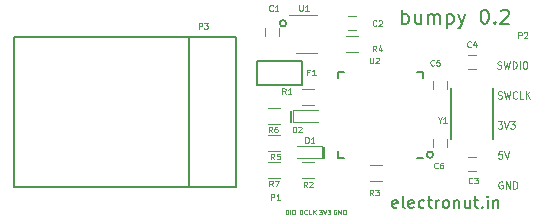
<source format=gto>
G04 #@! TF.FileFunction,Legend,Top*
%FSLAX46Y46*%
G04 Gerber Fmt 4.6, Leading zero omitted, Abs format (unit mm)*
G04 Created by KiCad (PCBNEW 4.0.6) date 06/28/18 12:37:23*
%MOMM*%
%LPD*%
G01*
G04 APERTURE LIST*
%ADD10C,0.150000*%
%ADD11C,0.130000*%
%ADD12C,0.200000*%
%ADD13C,0.050000*%
%ADD14C,0.120000*%
G04 APERTURE END LIST*
D10*
D11*
X191350000Y-135725000D02*
X191350000Y-134775000D01*
X194100000Y-138775000D02*
X194100000Y-137825000D01*
D12*
X190896408Y-127381000D02*
G75*
G03X190896408Y-127381000I-269408J0D01*
G01*
X203342408Y-138493500D02*
G75*
G03X203342408Y-138493500I-269408J0D01*
G01*
D13*
X195148238Y-143183000D02*
X195110143Y-143163952D01*
X195053000Y-143163952D01*
X194995857Y-143183000D01*
X194957762Y-143221095D01*
X194938714Y-143259190D01*
X194919666Y-143335381D01*
X194919666Y-143392524D01*
X194938714Y-143468714D01*
X194957762Y-143506810D01*
X194995857Y-143544905D01*
X195053000Y-143563952D01*
X195091095Y-143563952D01*
X195148238Y-143544905D01*
X195167286Y-143525857D01*
X195167286Y-143392524D01*
X195091095Y-143392524D01*
X195338714Y-143563952D02*
X195338714Y-143163952D01*
X195567286Y-143563952D01*
X195567286Y-143163952D01*
X195757762Y-143563952D02*
X195757762Y-143163952D01*
X195853000Y-143163952D01*
X195910143Y-143183000D01*
X195948238Y-143221095D01*
X195967286Y-143259190D01*
X195986334Y-143335381D01*
X195986334Y-143392524D01*
X195967286Y-143468714D01*
X195948238Y-143506810D01*
X195910143Y-143544905D01*
X195853000Y-143563952D01*
X195757762Y-143563952D01*
X193687763Y-143163952D02*
X193935382Y-143163952D01*
X193802049Y-143316333D01*
X193859191Y-143316333D01*
X193897287Y-143335381D01*
X193916334Y-143354429D01*
X193935382Y-143392524D01*
X193935382Y-143487762D01*
X193916334Y-143525857D01*
X193897287Y-143544905D01*
X193859191Y-143563952D01*
X193744906Y-143563952D01*
X193706810Y-143544905D01*
X193687763Y-143525857D01*
X194049667Y-143163952D02*
X194183001Y-143563952D01*
X194316334Y-143163952D01*
X194411572Y-143163952D02*
X194659191Y-143163952D01*
X194525858Y-143316333D01*
X194583000Y-143316333D01*
X194621096Y-143335381D01*
X194640143Y-143354429D01*
X194659191Y-143392524D01*
X194659191Y-143487762D01*
X194640143Y-143525857D01*
X194621096Y-143544905D01*
X194583000Y-143563952D01*
X194468715Y-143563952D01*
X194430619Y-143544905D01*
X194411572Y-143525857D01*
X192053333Y-143559952D02*
X192053333Y-143159952D01*
X192148571Y-143159952D01*
X192205714Y-143179000D01*
X192243809Y-143217095D01*
X192262857Y-143255190D01*
X192281905Y-143331381D01*
X192281905Y-143388524D01*
X192262857Y-143464714D01*
X192243809Y-143502810D01*
X192205714Y-143540905D01*
X192148571Y-143559952D01*
X192053333Y-143559952D01*
X192681905Y-143521857D02*
X192662857Y-143540905D01*
X192605714Y-143559952D01*
X192567619Y-143559952D01*
X192510476Y-143540905D01*
X192472381Y-143502810D01*
X192453333Y-143464714D01*
X192434285Y-143388524D01*
X192434285Y-143331381D01*
X192453333Y-143255190D01*
X192472381Y-143217095D01*
X192510476Y-143179000D01*
X192567619Y-143159952D01*
X192605714Y-143159952D01*
X192662857Y-143179000D01*
X192681905Y-143198048D01*
X193043809Y-143559952D02*
X192853333Y-143559952D01*
X192853333Y-143159952D01*
X193177143Y-143559952D02*
X193177143Y-143159952D01*
X193405715Y-143559952D02*
X193234286Y-143331381D01*
X193405715Y-143159952D02*
X193177143Y-143388524D01*
X190852476Y-143563952D02*
X190852476Y-143163952D01*
X190947714Y-143163952D01*
X191004857Y-143183000D01*
X191042952Y-143221095D01*
X191062000Y-143259190D01*
X191081048Y-143335381D01*
X191081048Y-143392524D01*
X191062000Y-143468714D01*
X191042952Y-143506810D01*
X191004857Y-143544905D01*
X190947714Y-143563952D01*
X190852476Y-143563952D01*
X191252476Y-143563952D02*
X191252476Y-143163952D01*
X191519143Y-143163952D02*
X191595333Y-143163952D01*
X191633428Y-143183000D01*
X191671524Y-143221095D01*
X191690571Y-143297286D01*
X191690571Y-143430619D01*
X191671524Y-143506810D01*
X191633428Y-143544905D01*
X191595333Y-143563952D01*
X191519143Y-143563952D01*
X191481047Y-143544905D01*
X191442952Y-143506810D01*
X191423904Y-143430619D01*
X191423904Y-143297286D01*
X191442952Y-143221095D01*
X191481047Y-143183000D01*
X191519143Y-143163952D01*
X209219858Y-140797000D02*
X209162715Y-140768429D01*
X209077001Y-140768429D01*
X208991286Y-140797000D01*
X208934144Y-140854143D01*
X208905572Y-140911286D01*
X208877001Y-141025571D01*
X208877001Y-141111286D01*
X208905572Y-141225571D01*
X208934144Y-141282714D01*
X208991286Y-141339857D01*
X209077001Y-141368429D01*
X209134144Y-141368429D01*
X209219858Y-141339857D01*
X209248429Y-141311286D01*
X209248429Y-141111286D01*
X209134144Y-141111286D01*
X209505572Y-141368429D02*
X209505572Y-140768429D01*
X209848429Y-141368429D01*
X209848429Y-140768429D01*
X210134143Y-141368429D02*
X210134143Y-140768429D01*
X210277000Y-140768429D01*
X210362715Y-140797000D01*
X210419857Y-140854143D01*
X210448429Y-140911286D01*
X210477000Y-141025571D01*
X210477000Y-141111286D01*
X210448429Y-141225571D01*
X210419857Y-141282714D01*
X210362715Y-141339857D01*
X210277000Y-141368429D01*
X210134143Y-141368429D01*
X209181714Y-138228429D02*
X208896000Y-138228429D01*
X208867429Y-138514143D01*
X208896000Y-138485571D01*
X208953143Y-138457000D01*
X209096000Y-138457000D01*
X209153143Y-138485571D01*
X209181714Y-138514143D01*
X209210286Y-138571286D01*
X209210286Y-138714143D01*
X209181714Y-138771286D01*
X209153143Y-138799857D01*
X209096000Y-138828429D01*
X208953143Y-138828429D01*
X208896000Y-138799857D01*
X208867429Y-138771286D01*
X209381715Y-138228429D02*
X209581715Y-138828429D01*
X209781715Y-138228429D01*
X208807142Y-135688429D02*
X209178571Y-135688429D01*
X208978571Y-135917000D01*
X209064285Y-135917000D01*
X209121428Y-135945571D01*
X209149999Y-135974143D01*
X209178571Y-136031286D01*
X209178571Y-136174143D01*
X209149999Y-136231286D01*
X209121428Y-136259857D01*
X209064285Y-136288429D01*
X208892857Y-136288429D01*
X208835714Y-136259857D01*
X208807142Y-136231286D01*
X209350000Y-135688429D02*
X209550000Y-136288429D01*
X209750000Y-135688429D01*
X209892857Y-135688429D02*
X210264286Y-135688429D01*
X210064286Y-135917000D01*
X210150000Y-135917000D01*
X210207143Y-135945571D01*
X210235714Y-135974143D01*
X210264286Y-136031286D01*
X210264286Y-136174143D01*
X210235714Y-136231286D01*
X210207143Y-136259857D01*
X210150000Y-136288429D01*
X209978572Y-136288429D01*
X209921429Y-136259857D01*
X209892857Y-136231286D01*
X208827858Y-133719857D02*
X208913572Y-133748429D01*
X209056429Y-133748429D01*
X209113572Y-133719857D01*
X209142143Y-133691286D01*
X209170715Y-133634143D01*
X209170715Y-133577000D01*
X209142143Y-133519857D01*
X209113572Y-133491286D01*
X209056429Y-133462714D01*
X208942143Y-133434143D01*
X208885001Y-133405571D01*
X208856429Y-133377000D01*
X208827858Y-133319857D01*
X208827858Y-133262714D01*
X208856429Y-133205571D01*
X208885001Y-133177000D01*
X208942143Y-133148429D01*
X209085001Y-133148429D01*
X209170715Y-133177000D01*
X209370715Y-133148429D02*
X209513572Y-133748429D01*
X209627858Y-133319857D01*
X209742144Y-133748429D01*
X209885001Y-133148429D01*
X210456429Y-133691286D02*
X210427858Y-133719857D01*
X210342144Y-133748429D01*
X210285001Y-133748429D01*
X210199286Y-133719857D01*
X210142144Y-133662714D01*
X210113572Y-133605571D01*
X210085001Y-133491286D01*
X210085001Y-133405571D01*
X210113572Y-133291286D01*
X210142144Y-133234143D01*
X210199286Y-133177000D01*
X210285001Y-133148429D01*
X210342144Y-133148429D01*
X210427858Y-133177000D01*
X210456429Y-133205571D01*
X210999286Y-133748429D02*
X210713572Y-133748429D01*
X210713572Y-133148429D01*
X211199286Y-133748429D02*
X211199286Y-133148429D01*
X211542143Y-133748429D02*
X211285000Y-133405571D01*
X211542143Y-133148429D02*
X211199286Y-133491286D01*
X208786572Y-131179857D02*
X208872286Y-131208429D01*
X209015143Y-131208429D01*
X209072286Y-131179857D01*
X209100857Y-131151286D01*
X209129429Y-131094143D01*
X209129429Y-131037000D01*
X209100857Y-130979857D01*
X209072286Y-130951286D01*
X209015143Y-130922714D01*
X208900857Y-130894143D01*
X208843715Y-130865571D01*
X208815143Y-130837000D01*
X208786572Y-130779857D01*
X208786572Y-130722714D01*
X208815143Y-130665571D01*
X208843715Y-130637000D01*
X208900857Y-130608429D01*
X209043715Y-130608429D01*
X209129429Y-130637000D01*
X209329429Y-130608429D02*
X209472286Y-131208429D01*
X209586572Y-130779857D01*
X209700858Y-131208429D01*
X209843715Y-130608429D01*
X210072286Y-131208429D02*
X210072286Y-130608429D01*
X210215143Y-130608429D01*
X210300858Y-130637000D01*
X210358000Y-130694143D01*
X210386572Y-130751286D01*
X210415143Y-130865571D01*
X210415143Y-130951286D01*
X210386572Y-131065571D01*
X210358000Y-131122714D01*
X210300858Y-131179857D01*
X210215143Y-131208429D01*
X210072286Y-131208429D01*
X210672286Y-131208429D02*
X210672286Y-130608429D01*
X211072286Y-130608429D02*
X211186572Y-130608429D01*
X211243714Y-130637000D01*
X211300857Y-130694143D01*
X211329429Y-130808429D01*
X211329429Y-131008429D01*
X211300857Y-131122714D01*
X211243714Y-131179857D01*
X211186572Y-131208429D01*
X211072286Y-131208429D01*
X211015143Y-131179857D01*
X210958000Y-131122714D01*
X210929429Y-131008429D01*
X210929429Y-130808429D01*
X210958000Y-130694143D01*
X211015143Y-130637000D01*
X211072286Y-130608429D01*
D12*
X200311262Y-142962262D02*
X200216024Y-143009881D01*
X200025547Y-143009881D01*
X199930309Y-142962262D01*
X199882690Y-142867024D01*
X199882690Y-142486071D01*
X199930309Y-142390833D01*
X200025547Y-142343214D01*
X200216024Y-142343214D01*
X200311262Y-142390833D01*
X200358881Y-142486071D01*
X200358881Y-142581310D01*
X199882690Y-142676548D01*
X200930309Y-143009881D02*
X200835071Y-142962262D01*
X200787452Y-142867024D01*
X200787452Y-142009881D01*
X201692215Y-142962262D02*
X201596977Y-143009881D01*
X201406500Y-143009881D01*
X201311262Y-142962262D01*
X201263643Y-142867024D01*
X201263643Y-142486071D01*
X201311262Y-142390833D01*
X201406500Y-142343214D01*
X201596977Y-142343214D01*
X201692215Y-142390833D01*
X201739834Y-142486071D01*
X201739834Y-142581310D01*
X201263643Y-142676548D01*
X202596977Y-142962262D02*
X202501739Y-143009881D01*
X202311262Y-143009881D01*
X202216024Y-142962262D01*
X202168405Y-142914643D01*
X202120786Y-142819405D01*
X202120786Y-142533690D01*
X202168405Y-142438452D01*
X202216024Y-142390833D01*
X202311262Y-142343214D01*
X202501739Y-142343214D01*
X202596977Y-142390833D01*
X202882691Y-142343214D02*
X203263643Y-142343214D01*
X203025548Y-142009881D02*
X203025548Y-142867024D01*
X203073167Y-142962262D01*
X203168405Y-143009881D01*
X203263643Y-143009881D01*
X203596977Y-143009881D02*
X203596977Y-142343214D01*
X203596977Y-142533690D02*
X203644596Y-142438452D01*
X203692215Y-142390833D01*
X203787453Y-142343214D01*
X203882692Y-142343214D01*
X204358882Y-143009881D02*
X204263644Y-142962262D01*
X204216025Y-142914643D01*
X204168406Y-142819405D01*
X204168406Y-142533690D01*
X204216025Y-142438452D01*
X204263644Y-142390833D01*
X204358882Y-142343214D01*
X204501740Y-142343214D01*
X204596978Y-142390833D01*
X204644597Y-142438452D01*
X204692216Y-142533690D01*
X204692216Y-142819405D01*
X204644597Y-142914643D01*
X204596978Y-142962262D01*
X204501740Y-143009881D01*
X204358882Y-143009881D01*
X205120787Y-142343214D02*
X205120787Y-143009881D01*
X205120787Y-142438452D02*
X205168406Y-142390833D01*
X205263644Y-142343214D01*
X205406502Y-142343214D01*
X205501740Y-142390833D01*
X205549359Y-142486071D01*
X205549359Y-143009881D01*
X206454121Y-142343214D02*
X206454121Y-143009881D01*
X206025549Y-142343214D02*
X206025549Y-142867024D01*
X206073168Y-142962262D01*
X206168406Y-143009881D01*
X206311264Y-143009881D01*
X206406502Y-142962262D01*
X206454121Y-142914643D01*
X206787454Y-142343214D02*
X207168406Y-142343214D01*
X206930311Y-142009881D02*
X206930311Y-142867024D01*
X206977930Y-142962262D01*
X207073168Y-143009881D01*
X207168406Y-143009881D01*
X207501740Y-142914643D02*
X207549359Y-142962262D01*
X207501740Y-143009881D01*
X207454121Y-142962262D01*
X207501740Y-142914643D01*
X207501740Y-143009881D01*
X207977930Y-143009881D02*
X207977930Y-142343214D01*
X207977930Y-142009881D02*
X207930311Y-142057500D01*
X207977930Y-142105119D01*
X208025549Y-142057500D01*
X207977930Y-142009881D01*
X207977930Y-142105119D01*
X208454120Y-142343214D02*
X208454120Y-143009881D01*
X208454120Y-142438452D02*
X208501739Y-142390833D01*
X208596977Y-142343214D01*
X208739835Y-142343214D01*
X208835073Y-142390833D01*
X208882692Y-142486071D01*
X208882692Y-143009881D01*
X200746286Y-127415857D02*
X200746286Y-126215857D01*
X200746286Y-126673000D02*
X200860572Y-126615857D01*
X201089143Y-126615857D01*
X201203429Y-126673000D01*
X201260572Y-126730143D01*
X201317715Y-126844429D01*
X201317715Y-127187286D01*
X201260572Y-127301571D01*
X201203429Y-127358714D01*
X201089143Y-127415857D01*
X200860572Y-127415857D01*
X200746286Y-127358714D01*
X202346286Y-126615857D02*
X202346286Y-127415857D01*
X201832000Y-126615857D02*
X201832000Y-127244429D01*
X201889143Y-127358714D01*
X202003429Y-127415857D01*
X202174857Y-127415857D01*
X202289143Y-127358714D01*
X202346286Y-127301571D01*
X202917714Y-127415857D02*
X202917714Y-126615857D01*
X202917714Y-126730143D02*
X202974857Y-126673000D01*
X203089143Y-126615857D01*
X203260571Y-126615857D01*
X203374857Y-126673000D01*
X203432000Y-126787286D01*
X203432000Y-127415857D01*
X203432000Y-126787286D02*
X203489143Y-126673000D01*
X203603429Y-126615857D01*
X203774857Y-126615857D01*
X203889143Y-126673000D01*
X203946286Y-126787286D01*
X203946286Y-127415857D01*
X204517714Y-126615857D02*
X204517714Y-127815857D01*
X204517714Y-126673000D02*
X204632000Y-126615857D01*
X204860571Y-126615857D01*
X204974857Y-126673000D01*
X205032000Y-126730143D01*
X205089143Y-126844429D01*
X205089143Y-127187286D01*
X205032000Y-127301571D01*
X204974857Y-127358714D01*
X204860571Y-127415857D01*
X204632000Y-127415857D01*
X204517714Y-127358714D01*
X205489143Y-126615857D02*
X205774857Y-127415857D01*
X206060571Y-126615857D02*
X205774857Y-127415857D01*
X205660571Y-127701571D01*
X205603428Y-127758714D01*
X205489143Y-127815857D01*
X207660572Y-126215857D02*
X207774857Y-126215857D01*
X207889143Y-126273000D01*
X207946286Y-126330143D01*
X208003429Y-126444429D01*
X208060572Y-126673000D01*
X208060572Y-126958714D01*
X208003429Y-127187286D01*
X207946286Y-127301571D01*
X207889143Y-127358714D01*
X207774857Y-127415857D01*
X207660572Y-127415857D01*
X207546286Y-127358714D01*
X207489143Y-127301571D01*
X207432000Y-127187286D01*
X207374857Y-126958714D01*
X207374857Y-126673000D01*
X207432000Y-126444429D01*
X207489143Y-126330143D01*
X207546286Y-126273000D01*
X207660572Y-126215857D01*
X208574857Y-127301571D02*
X208632000Y-127358714D01*
X208574857Y-127415857D01*
X208517714Y-127358714D01*
X208574857Y-127301571D01*
X208574857Y-127415857D01*
X209089143Y-126330143D02*
X209146286Y-126273000D01*
X209260572Y-126215857D01*
X209546286Y-126215857D01*
X209660572Y-126273000D01*
X209717715Y-126330143D01*
X209774858Y-126444429D01*
X209774858Y-126558714D01*
X209717715Y-126730143D01*
X209032001Y-127415857D01*
X209774858Y-127415857D01*
D14*
X190338000Y-127793000D02*
X190338000Y-128493000D01*
X189138000Y-128493000D02*
X189138000Y-127793000D01*
X196119000Y-126781000D02*
X196819000Y-126781000D01*
X196819000Y-127981000D02*
X196119000Y-127981000D01*
X206279000Y-138719000D02*
X206979000Y-138719000D01*
X206979000Y-139919000D02*
X206279000Y-139919000D01*
X206279000Y-130083000D02*
X206979000Y-130083000D01*
X206979000Y-131283000D02*
X206279000Y-131283000D01*
X204562000Y-132238000D02*
X204562000Y-132938000D01*
X203362000Y-132938000D02*
X203362000Y-132238000D01*
X204562000Y-137191000D02*
X204562000Y-137891000D01*
X203362000Y-137891000D02*
X203362000Y-137191000D01*
X193959000Y-138803000D02*
X193959000Y-137803000D01*
X193959000Y-137803000D02*
X191859000Y-137803000D01*
X193959000Y-138803000D02*
X191859000Y-138803000D01*
X191486000Y-134755000D02*
X191486000Y-135755000D01*
X191486000Y-135755000D02*
X193586000Y-135755000D01*
X191486000Y-134755000D02*
X193586000Y-134755000D01*
D10*
X188468000Y-130556000D02*
X192278000Y-130556000D01*
X192278000Y-130556000D02*
X192278000Y-132588000D01*
X192278000Y-132588000D02*
X188468000Y-132588000D01*
X188468000Y-132588000D02*
X188468000Y-130556000D01*
D14*
X192286000Y-132924000D02*
X193286000Y-132924000D01*
X193286000Y-134284000D02*
X192286000Y-134284000D01*
X193286000Y-140507000D02*
X192286000Y-140507000D01*
X192286000Y-139147000D02*
X193286000Y-139147000D01*
X198001000Y-139401000D02*
X199001000Y-139401000D01*
X199001000Y-140761000D02*
X198001000Y-140761000D01*
X195969000Y-128479000D02*
X196969000Y-128479000D01*
X196969000Y-129839000D02*
X195969000Y-129839000D01*
X189365000Y-136861000D02*
X190365000Y-136861000D01*
X190365000Y-138221000D02*
X189365000Y-138221000D01*
X189365000Y-134575000D02*
X190365000Y-134575000D01*
X190365000Y-135935000D02*
X189365000Y-135935000D01*
X189365000Y-139147000D02*
X190365000Y-139147000D01*
X190365000Y-140507000D02*
X189365000Y-140507000D01*
X191759000Y-129880000D02*
X193559000Y-129880000D01*
X193559000Y-126660000D02*
X191109000Y-126660000D01*
D10*
X208379000Y-132851000D02*
X208379000Y-137151000D01*
X204879000Y-137151000D02*
X204879000Y-132851000D01*
X182650000Y-128525000D02*
X182650000Y-141225000D01*
X167850000Y-128525000D02*
X167850000Y-141225000D01*
X167850000Y-141225000D02*
X186650000Y-141225000D01*
X186650000Y-141225000D02*
X186650000Y-128525000D01*
X186650000Y-128525000D02*
X167850000Y-128525000D01*
X195257000Y-138753000D02*
X195257000Y-138228000D01*
X202507000Y-131503000D02*
X202507000Y-132028000D01*
X195257000Y-131503000D02*
X195257000Y-132028000D01*
X202507000Y-138753000D02*
X201982000Y-138753000D01*
X202507000Y-131503000D02*
X201982000Y-131503000D01*
X195257000Y-131503000D02*
X195782000Y-131503000D01*
X195257000Y-138753000D02*
X195782000Y-138753000D01*
D13*
X189781667Y-126289571D02*
X189757857Y-126313381D01*
X189686429Y-126337190D01*
X189638810Y-126337190D01*
X189567381Y-126313381D01*
X189519762Y-126265762D01*
X189495953Y-126218143D01*
X189472143Y-126122905D01*
X189472143Y-126051476D01*
X189495953Y-125956238D01*
X189519762Y-125908619D01*
X189567381Y-125861000D01*
X189638810Y-125837190D01*
X189686429Y-125837190D01*
X189757857Y-125861000D01*
X189781667Y-125884810D01*
X190257857Y-126337190D02*
X189972143Y-126337190D01*
X190115000Y-126337190D02*
X190115000Y-125837190D01*
X190067381Y-125908619D01*
X190019762Y-125956238D01*
X189972143Y-125980048D01*
X198544667Y-127559571D02*
X198520857Y-127583381D01*
X198449429Y-127607190D01*
X198401810Y-127607190D01*
X198330381Y-127583381D01*
X198282762Y-127535762D01*
X198258953Y-127488143D01*
X198235143Y-127392905D01*
X198235143Y-127321476D01*
X198258953Y-127226238D01*
X198282762Y-127178619D01*
X198330381Y-127131000D01*
X198401810Y-127107190D01*
X198449429Y-127107190D01*
X198520857Y-127131000D01*
X198544667Y-127154810D01*
X198735143Y-127154810D02*
X198758953Y-127131000D01*
X198806572Y-127107190D01*
X198925619Y-127107190D01*
X198973238Y-127131000D01*
X198997048Y-127154810D01*
X199020857Y-127202429D01*
X199020857Y-127250048D01*
X198997048Y-127321476D01*
X198711334Y-127607190D01*
X199020857Y-127607190D01*
X206672667Y-140894571D02*
X206648857Y-140918381D01*
X206577429Y-140942190D01*
X206529810Y-140942190D01*
X206458381Y-140918381D01*
X206410762Y-140870762D01*
X206386953Y-140823143D01*
X206363143Y-140727905D01*
X206363143Y-140656476D01*
X206386953Y-140561238D01*
X206410762Y-140513619D01*
X206458381Y-140466000D01*
X206529810Y-140442190D01*
X206577429Y-140442190D01*
X206648857Y-140466000D01*
X206672667Y-140489810D01*
X206839334Y-140442190D02*
X207148857Y-140442190D01*
X206982191Y-140632667D01*
X207053619Y-140632667D01*
X207101238Y-140656476D01*
X207125048Y-140680286D01*
X207148857Y-140727905D01*
X207148857Y-140846952D01*
X207125048Y-140894571D01*
X207101238Y-140918381D01*
X207053619Y-140942190D01*
X206910762Y-140942190D01*
X206863143Y-140918381D01*
X206839334Y-140894571D01*
X206545667Y-129361571D02*
X206521857Y-129385381D01*
X206450429Y-129409190D01*
X206402810Y-129409190D01*
X206331381Y-129385381D01*
X206283762Y-129337762D01*
X206259953Y-129290143D01*
X206236143Y-129194905D01*
X206236143Y-129123476D01*
X206259953Y-129028238D01*
X206283762Y-128980619D01*
X206331381Y-128933000D01*
X206402810Y-128909190D01*
X206450429Y-128909190D01*
X206521857Y-128933000D01*
X206545667Y-128956810D01*
X206974238Y-129075857D02*
X206974238Y-129409190D01*
X206855191Y-128885381D02*
X206736143Y-129242524D01*
X207045667Y-129242524D01*
X203434167Y-130925071D02*
X203410357Y-130948881D01*
X203338929Y-130972690D01*
X203291310Y-130972690D01*
X203219881Y-130948881D01*
X203172262Y-130901262D01*
X203148453Y-130853643D01*
X203124643Y-130758405D01*
X203124643Y-130686976D01*
X203148453Y-130591738D01*
X203172262Y-130544119D01*
X203219881Y-130496500D01*
X203291310Y-130472690D01*
X203338929Y-130472690D01*
X203410357Y-130496500D01*
X203434167Y-130520310D01*
X203886548Y-130472690D02*
X203648453Y-130472690D01*
X203624643Y-130710786D01*
X203648453Y-130686976D01*
X203696072Y-130663167D01*
X203815119Y-130663167D01*
X203862738Y-130686976D01*
X203886548Y-130710786D01*
X203910357Y-130758405D01*
X203910357Y-130877452D01*
X203886548Y-130925071D01*
X203862738Y-130948881D01*
X203815119Y-130972690D01*
X203696072Y-130972690D01*
X203648453Y-130948881D01*
X203624643Y-130925071D01*
X203751667Y-139624571D02*
X203727857Y-139648381D01*
X203656429Y-139672190D01*
X203608810Y-139672190D01*
X203537381Y-139648381D01*
X203489762Y-139600762D01*
X203465953Y-139553143D01*
X203442143Y-139457905D01*
X203442143Y-139386476D01*
X203465953Y-139291238D01*
X203489762Y-139243619D01*
X203537381Y-139196000D01*
X203608810Y-139172190D01*
X203656429Y-139172190D01*
X203727857Y-139196000D01*
X203751667Y-139219810D01*
X204180238Y-139172190D02*
X204085000Y-139172190D01*
X204037381Y-139196000D01*
X204013572Y-139219810D01*
X203965953Y-139291238D01*
X203942143Y-139386476D01*
X203942143Y-139576952D01*
X203965953Y-139624571D01*
X203989762Y-139648381D01*
X204037381Y-139672190D01*
X204132619Y-139672190D01*
X204180238Y-139648381D01*
X204204048Y-139624571D01*
X204227857Y-139576952D01*
X204227857Y-139457905D01*
X204204048Y-139410286D01*
X204180238Y-139386476D01*
X204132619Y-139362667D01*
X204037381Y-139362667D01*
X203989762Y-139386476D01*
X203965953Y-139410286D01*
X203942143Y-139457905D01*
X192543953Y-137513190D02*
X192543953Y-137013190D01*
X192663000Y-137013190D01*
X192734429Y-137037000D01*
X192782048Y-137084619D01*
X192805857Y-137132238D01*
X192829667Y-137227476D01*
X192829667Y-137298905D01*
X192805857Y-137394143D01*
X192782048Y-137441762D01*
X192734429Y-137489381D01*
X192663000Y-137513190D01*
X192543953Y-137513190D01*
X193305857Y-137513190D02*
X193020143Y-137513190D01*
X193163000Y-137513190D02*
X193163000Y-137013190D01*
X193115381Y-137084619D01*
X193067762Y-137132238D01*
X193020143Y-137156048D01*
X191464453Y-136624190D02*
X191464453Y-136124190D01*
X191583500Y-136124190D01*
X191654929Y-136148000D01*
X191702548Y-136195619D01*
X191726357Y-136243238D01*
X191750167Y-136338476D01*
X191750167Y-136409905D01*
X191726357Y-136505143D01*
X191702548Y-136552762D01*
X191654929Y-136600381D01*
X191583500Y-136624190D01*
X191464453Y-136624190D01*
X191940643Y-136171810D02*
X191964453Y-136148000D01*
X192012072Y-136124190D01*
X192131119Y-136124190D01*
X192178738Y-136148000D01*
X192202548Y-136171810D01*
X192226357Y-136219429D01*
X192226357Y-136267048D01*
X192202548Y-136338476D01*
X191916834Y-136624190D01*
X192226357Y-136624190D01*
X192873334Y-131536286D02*
X192706668Y-131536286D01*
X192706668Y-131798190D02*
X192706668Y-131298190D01*
X192944763Y-131298190D01*
X193397143Y-131798190D02*
X193111429Y-131798190D01*
X193254286Y-131798190D02*
X193254286Y-131298190D01*
X193206667Y-131369619D01*
X193159048Y-131417238D01*
X193111429Y-131441048D01*
X189622953Y-142339190D02*
X189622953Y-141839190D01*
X189813429Y-141839190D01*
X189861048Y-141863000D01*
X189884857Y-141886810D01*
X189908667Y-141934429D01*
X189908667Y-142005857D01*
X189884857Y-142053476D01*
X189861048Y-142077286D01*
X189813429Y-142101095D01*
X189622953Y-142101095D01*
X190384857Y-142339190D02*
X190099143Y-142339190D01*
X190242000Y-142339190D02*
X190242000Y-141839190D01*
X190194381Y-141910619D01*
X190146762Y-141958238D01*
X190099143Y-141982048D01*
X210577953Y-128623190D02*
X210577953Y-128123190D01*
X210768429Y-128123190D01*
X210816048Y-128147000D01*
X210839857Y-128170810D01*
X210863667Y-128218429D01*
X210863667Y-128289857D01*
X210839857Y-128337476D01*
X210816048Y-128361286D01*
X210768429Y-128385095D01*
X210577953Y-128385095D01*
X211054143Y-128170810D02*
X211077953Y-128147000D01*
X211125572Y-128123190D01*
X211244619Y-128123190D01*
X211292238Y-128147000D01*
X211316048Y-128170810D01*
X211339857Y-128218429D01*
X211339857Y-128266048D01*
X211316048Y-128337476D01*
X211030334Y-128623190D01*
X211339857Y-128623190D01*
X190861167Y-133385690D02*
X190694500Y-133147595D01*
X190575453Y-133385690D02*
X190575453Y-132885690D01*
X190765929Y-132885690D01*
X190813548Y-132909500D01*
X190837357Y-132933310D01*
X190861167Y-132980929D01*
X190861167Y-133052357D01*
X190837357Y-133099976D01*
X190813548Y-133123786D01*
X190765929Y-133147595D01*
X190575453Y-133147595D01*
X191337357Y-133385690D02*
X191051643Y-133385690D01*
X191194500Y-133385690D02*
X191194500Y-132885690D01*
X191146881Y-132957119D01*
X191099262Y-133004738D01*
X191051643Y-133028548D01*
X192680667Y-141276190D02*
X192514000Y-141038095D01*
X192394953Y-141276190D02*
X192394953Y-140776190D01*
X192585429Y-140776190D01*
X192633048Y-140800000D01*
X192656857Y-140823810D01*
X192680667Y-140871429D01*
X192680667Y-140942857D01*
X192656857Y-140990476D01*
X192633048Y-141014286D01*
X192585429Y-141038095D01*
X192394953Y-141038095D01*
X192871143Y-140823810D02*
X192894953Y-140800000D01*
X192942572Y-140776190D01*
X193061619Y-140776190D01*
X193109238Y-140800000D01*
X193133048Y-140823810D01*
X193156857Y-140871429D01*
X193156857Y-140919048D01*
X193133048Y-140990476D01*
X192847334Y-141276190D01*
X193156857Y-141276190D01*
X198290667Y-141958190D02*
X198124000Y-141720095D01*
X198004953Y-141958190D02*
X198004953Y-141458190D01*
X198195429Y-141458190D01*
X198243048Y-141482000D01*
X198266857Y-141505810D01*
X198290667Y-141553429D01*
X198290667Y-141624857D01*
X198266857Y-141672476D01*
X198243048Y-141696286D01*
X198195429Y-141720095D01*
X198004953Y-141720095D01*
X198457334Y-141458190D02*
X198766857Y-141458190D01*
X198600191Y-141648667D01*
X198671619Y-141648667D01*
X198719238Y-141672476D01*
X198743048Y-141696286D01*
X198766857Y-141743905D01*
X198766857Y-141862952D01*
X198743048Y-141910571D01*
X198719238Y-141934381D01*
X198671619Y-141958190D01*
X198528762Y-141958190D01*
X198481143Y-141934381D01*
X198457334Y-141910571D01*
X198544667Y-129766190D02*
X198378000Y-129528095D01*
X198258953Y-129766190D02*
X198258953Y-129266190D01*
X198449429Y-129266190D01*
X198497048Y-129290000D01*
X198520857Y-129313810D01*
X198544667Y-129361429D01*
X198544667Y-129432857D01*
X198520857Y-129480476D01*
X198497048Y-129504286D01*
X198449429Y-129528095D01*
X198258953Y-129528095D01*
X198973238Y-129432857D02*
X198973238Y-129766190D01*
X198854191Y-129242381D02*
X198735143Y-129599524D01*
X199044667Y-129599524D01*
X189908667Y-138910190D02*
X189742000Y-138672095D01*
X189622953Y-138910190D02*
X189622953Y-138410190D01*
X189813429Y-138410190D01*
X189861048Y-138434000D01*
X189884857Y-138457810D01*
X189908667Y-138505429D01*
X189908667Y-138576857D01*
X189884857Y-138624476D01*
X189861048Y-138648286D01*
X189813429Y-138672095D01*
X189622953Y-138672095D01*
X190361048Y-138410190D02*
X190122953Y-138410190D01*
X190099143Y-138648286D01*
X190122953Y-138624476D01*
X190170572Y-138600667D01*
X190289619Y-138600667D01*
X190337238Y-138624476D01*
X190361048Y-138648286D01*
X190384857Y-138695905D01*
X190384857Y-138814952D01*
X190361048Y-138862571D01*
X190337238Y-138886381D01*
X190289619Y-138910190D01*
X190170572Y-138910190D01*
X190122953Y-138886381D01*
X190099143Y-138862571D01*
X189718167Y-136624190D02*
X189551500Y-136386095D01*
X189432453Y-136624190D02*
X189432453Y-136124190D01*
X189622929Y-136124190D01*
X189670548Y-136148000D01*
X189694357Y-136171810D01*
X189718167Y-136219429D01*
X189718167Y-136290857D01*
X189694357Y-136338476D01*
X189670548Y-136362286D01*
X189622929Y-136386095D01*
X189432453Y-136386095D01*
X190146738Y-136124190D02*
X190051500Y-136124190D01*
X190003881Y-136148000D01*
X189980072Y-136171810D01*
X189932453Y-136243238D01*
X189908643Y-136338476D01*
X189908643Y-136528952D01*
X189932453Y-136576571D01*
X189956262Y-136600381D01*
X190003881Y-136624190D01*
X190099119Y-136624190D01*
X190146738Y-136600381D01*
X190170548Y-136576571D01*
X190194357Y-136528952D01*
X190194357Y-136409905D01*
X190170548Y-136362286D01*
X190146738Y-136338476D01*
X190099119Y-136314667D01*
X190003881Y-136314667D01*
X189956262Y-136338476D01*
X189932453Y-136362286D01*
X189908643Y-136409905D01*
X189781667Y-141196190D02*
X189615000Y-140958095D01*
X189495953Y-141196190D02*
X189495953Y-140696190D01*
X189686429Y-140696190D01*
X189734048Y-140720000D01*
X189757857Y-140743810D01*
X189781667Y-140791429D01*
X189781667Y-140862857D01*
X189757857Y-140910476D01*
X189734048Y-140934286D01*
X189686429Y-140958095D01*
X189495953Y-140958095D01*
X189948334Y-140696190D02*
X190281667Y-140696190D01*
X190067381Y-141196190D01*
X192024048Y-125837190D02*
X192024048Y-126241952D01*
X192047857Y-126289571D01*
X192071667Y-126313381D01*
X192119286Y-126337190D01*
X192214524Y-126337190D01*
X192262143Y-126313381D01*
X192285952Y-126289571D01*
X192309762Y-126241952D01*
X192309762Y-125837190D01*
X192809762Y-126337190D02*
X192524048Y-126337190D01*
X192666905Y-126337190D02*
X192666905Y-125837190D01*
X192619286Y-125908619D01*
X192571667Y-125956238D01*
X192524048Y-125980048D01*
X203914406Y-135560595D02*
X203914406Y-135798690D01*
X203747739Y-135298690D02*
X203914406Y-135560595D01*
X204081072Y-135298690D01*
X204509643Y-135798690D02*
X204223929Y-135798690D01*
X204366786Y-135798690D02*
X204366786Y-135298690D01*
X204319167Y-135370119D01*
X204271548Y-135417738D01*
X204223929Y-135441548D01*
X183502953Y-127862190D02*
X183502953Y-127362190D01*
X183693429Y-127362190D01*
X183741048Y-127386000D01*
X183764857Y-127409810D01*
X183788667Y-127457429D01*
X183788667Y-127528857D01*
X183764857Y-127576476D01*
X183741048Y-127600286D01*
X183693429Y-127624095D01*
X183502953Y-127624095D01*
X183955334Y-127362190D02*
X184264857Y-127362190D01*
X184098191Y-127552667D01*
X184169619Y-127552667D01*
X184217238Y-127576476D01*
X184241048Y-127600286D01*
X184264857Y-127647905D01*
X184264857Y-127766952D01*
X184241048Y-127814571D01*
X184217238Y-127838381D01*
X184169619Y-127862190D01*
X184026762Y-127862190D01*
X183979143Y-127838381D01*
X183955334Y-127814571D01*
X197993048Y-130282190D02*
X197993048Y-130686952D01*
X198016857Y-130734571D01*
X198040667Y-130758381D01*
X198088286Y-130782190D01*
X198183524Y-130782190D01*
X198231143Y-130758381D01*
X198254952Y-130734571D01*
X198278762Y-130686952D01*
X198278762Y-130282190D01*
X198493048Y-130329810D02*
X198516858Y-130306000D01*
X198564477Y-130282190D01*
X198683524Y-130282190D01*
X198731143Y-130306000D01*
X198754953Y-130329810D01*
X198778762Y-130377429D01*
X198778762Y-130425048D01*
X198754953Y-130496476D01*
X198469239Y-130782190D01*
X198778762Y-130782190D01*
M02*

</source>
